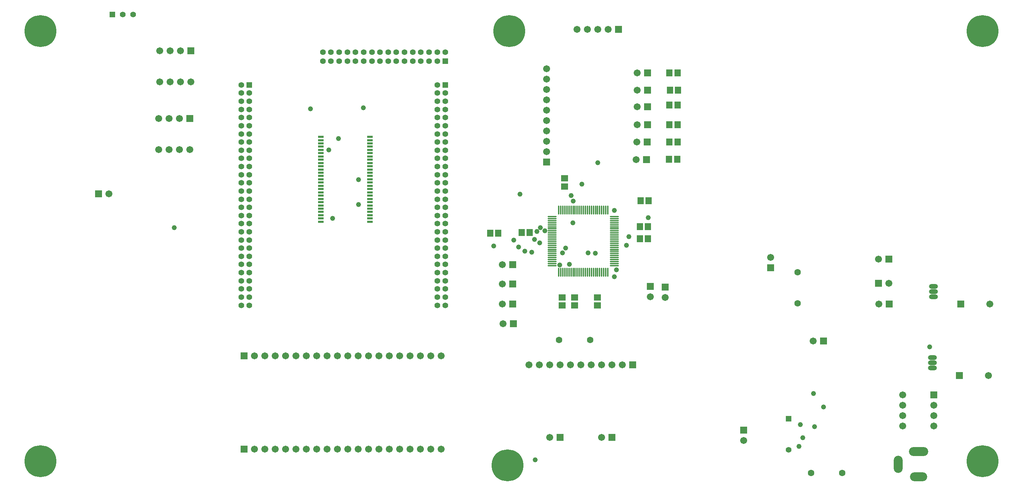
<source format=gts>
G04*
G04 #@! TF.GenerationSoftware,Altium Limited,Altium Designer,18.1.6 (161)*
G04*
G04 Layer_Color=8388736*
%FSLAX25Y25*%
%MOIN*%
G70*
G01*
G75*
%ADD22R,0.06312X0.06706*%
%ADD23R,0.06706X0.06312*%
%ADD24O,0.08471X0.01581*%
%ADD25O,0.01581X0.08471*%
%ADD26R,0.05800X0.02276*%
%ADD27C,0.06312*%
%ADD28O,0.18517X0.08674*%
%ADD29O,0.16548X0.08674*%
%ADD30O,0.08674X0.16548*%
%ADD31C,0.06706*%
%ADD32C,0.06706*%
%ADD33R,0.05524X0.05524*%
%ADD34C,0.05524*%
%ADD35R,0.06706X0.06706*%
%ADD36R,0.06706X0.06706*%
%ADD37O,0.08674X0.04737*%
%ADD38O,0.08674X0.04737*%
%ADD39R,0.05524X0.05524*%
%ADD40C,0.30800*%
%ADD41C,0.04800*%
D22*
X565000Y343500D02*
D03*
X557126D02*
D03*
X737500Y414905D02*
D03*
X729626D02*
D03*
X737937Y431500D02*
D03*
X730063D02*
D03*
X738437Y481500D02*
D03*
X730563D02*
D03*
X737937Y448000D02*
D03*
X730063D02*
D03*
X737937Y467000D02*
D03*
X730063D02*
D03*
X737874Y498000D02*
D03*
X730000D02*
D03*
X595437Y344000D02*
D03*
X587563D02*
D03*
X701563Y349606D02*
D03*
X709437D02*
D03*
X701563Y338106D02*
D03*
X709437D02*
D03*
X702126Y374638D02*
D03*
X710000D02*
D03*
D23*
X626606Y281575D02*
D03*
Y273701D02*
D03*
X638606Y281575D02*
D03*
Y273701D02*
D03*
X660500D02*
D03*
Y281575D02*
D03*
X629000Y388500D02*
D03*
Y396374D02*
D03*
D24*
X616961Y312173D02*
D03*
Y314142D02*
D03*
Y316110D02*
D03*
Y318079D02*
D03*
Y320047D02*
D03*
Y322016D02*
D03*
Y323984D02*
D03*
Y325953D02*
D03*
Y327921D02*
D03*
Y329890D02*
D03*
Y331858D02*
D03*
Y333827D02*
D03*
Y335795D02*
D03*
Y337764D02*
D03*
Y339732D02*
D03*
Y341701D02*
D03*
Y343669D02*
D03*
Y345638D02*
D03*
Y347606D02*
D03*
Y349575D02*
D03*
Y351543D02*
D03*
Y353512D02*
D03*
Y355480D02*
D03*
Y357449D02*
D03*
Y359417D02*
D03*
X677000D02*
D03*
Y357449D02*
D03*
Y355480D02*
D03*
Y353512D02*
D03*
Y351543D02*
D03*
Y349575D02*
D03*
Y347606D02*
D03*
Y345638D02*
D03*
Y343669D02*
D03*
Y341701D02*
D03*
Y339732D02*
D03*
Y337764D02*
D03*
Y335795D02*
D03*
Y333827D02*
D03*
Y331858D02*
D03*
Y329890D02*
D03*
Y327921D02*
D03*
Y325953D02*
D03*
Y323984D02*
D03*
Y322016D02*
D03*
Y320047D02*
D03*
Y318079D02*
D03*
Y316110D02*
D03*
Y314142D02*
D03*
Y312173D02*
D03*
D25*
X623358Y365815D02*
D03*
X625327D02*
D03*
X627295D02*
D03*
X629264D02*
D03*
X631232D02*
D03*
X633201D02*
D03*
X635169D02*
D03*
X637138D02*
D03*
X639106D02*
D03*
X641075D02*
D03*
X643043D02*
D03*
X645012D02*
D03*
X646980D02*
D03*
X648949D02*
D03*
X650917D02*
D03*
X652886D02*
D03*
X654854D02*
D03*
X656823D02*
D03*
X658791D02*
D03*
X660760D02*
D03*
X662728D02*
D03*
X664697D02*
D03*
X666665D02*
D03*
X668634D02*
D03*
X670602D02*
D03*
Y305776D02*
D03*
X668634D02*
D03*
X666665D02*
D03*
X664697D02*
D03*
X662728D02*
D03*
X660760D02*
D03*
X658791D02*
D03*
X656823D02*
D03*
X654854D02*
D03*
X652886D02*
D03*
X650917D02*
D03*
X648949D02*
D03*
X646980D02*
D03*
X645012D02*
D03*
X643043D02*
D03*
X641075D02*
D03*
X639106D02*
D03*
X637138D02*
D03*
X635169D02*
D03*
X633201D02*
D03*
X631232D02*
D03*
X629264D02*
D03*
X627295D02*
D03*
X625327D02*
D03*
X623358D02*
D03*
D26*
X393906Y436405D02*
D03*
Y433256D02*
D03*
Y430106D02*
D03*
Y426957D02*
D03*
Y423807D02*
D03*
Y420657D02*
D03*
Y417508D02*
D03*
Y414358D02*
D03*
Y411209D02*
D03*
Y408059D02*
D03*
Y404909D02*
D03*
Y401760D02*
D03*
Y398610D02*
D03*
Y395461D02*
D03*
Y392311D02*
D03*
Y389161D02*
D03*
Y386012D02*
D03*
Y382862D02*
D03*
Y379713D02*
D03*
Y376563D02*
D03*
Y373413D02*
D03*
Y370264D02*
D03*
Y367114D02*
D03*
Y363965D02*
D03*
Y360815D02*
D03*
Y357665D02*
D03*
Y354516D02*
D03*
X441150D02*
D03*
Y357665D02*
D03*
Y360815D02*
D03*
Y363965D02*
D03*
Y367114D02*
D03*
Y370264D02*
D03*
Y373413D02*
D03*
Y376563D02*
D03*
Y379713D02*
D03*
Y382862D02*
D03*
Y386012D02*
D03*
Y389161D02*
D03*
Y392311D02*
D03*
Y395461D02*
D03*
Y398610D02*
D03*
Y401760D02*
D03*
Y404909D02*
D03*
Y408059D02*
D03*
Y411209D02*
D03*
Y414358D02*
D03*
Y417508D02*
D03*
Y420657D02*
D03*
Y423807D02*
D03*
Y426957D02*
D03*
Y430106D02*
D03*
Y433256D02*
D03*
Y436405D02*
D03*
D27*
X653500Y240500D02*
D03*
X623500D02*
D03*
X896500Y112020D02*
D03*
X866500D02*
D03*
X853776Y275760D02*
D03*
Y305760D02*
D03*
D28*
X970437Y132909D02*
D03*
D29*
Y108500D02*
D03*
D30*
X950752Y120311D02*
D03*
D31*
X975358Y132909D02*
D03*
X965516D02*
D03*
D32*
X966500Y108500D02*
D03*
X974374D02*
D03*
X950752Y124248D02*
D03*
Y116374D02*
D03*
X931563Y318500D02*
D03*
X941563Y295000D02*
D03*
X868500Y239500D02*
D03*
X932000Y275000D02*
D03*
X801500Y143500D02*
D03*
X827500Y320000D02*
D03*
X1037476Y206000D02*
D03*
X698000Y414500D02*
D03*
X698500Y431500D02*
D03*
X699000Y448000D02*
D03*
X611500Y422000D02*
D03*
Y442000D02*
D03*
Y452000D02*
D03*
Y462000D02*
D03*
Y472000D02*
D03*
Y482000D02*
D03*
Y492000D02*
D03*
Y502000D02*
D03*
Y432000D02*
D03*
X699000Y465500D02*
D03*
Y481500D02*
D03*
Y498000D02*
D03*
X726000Y281500D02*
D03*
X711626Y282000D02*
D03*
X569000Y294500D02*
D03*
Y313000D02*
D03*
X569500Y256000D02*
D03*
X569000Y275000D02*
D03*
X671000Y540000D02*
D03*
X661000D02*
D03*
X651000D02*
D03*
X641000D02*
D03*
X237500Y424256D02*
D03*
X247500D02*
D03*
X257500D02*
D03*
X267500D02*
D03*
X237500Y454256D02*
D03*
X247500D02*
D03*
X257500D02*
D03*
X238500Y489500D02*
D03*
X248500D02*
D03*
X258500D02*
D03*
X268500D02*
D03*
X238500Y519500D02*
D03*
X248500D02*
D03*
X258500D02*
D03*
X189500Y381500D02*
D03*
X1038976Y275000D02*
D03*
X955000Y157500D02*
D03*
Y167500D02*
D03*
Y177500D02*
D03*
Y187500D02*
D03*
X985000Y157500D02*
D03*
Y167500D02*
D03*
Y177500D02*
D03*
X614500Y146500D02*
D03*
X664500D02*
D03*
X594500Y216500D02*
D03*
X604500D02*
D03*
X614500D02*
D03*
X624500D02*
D03*
X634500D02*
D03*
X644500D02*
D03*
X654500D02*
D03*
X664500D02*
D03*
X674500D02*
D03*
X684500D02*
D03*
X330000Y225000D02*
D03*
X340000D02*
D03*
X350000D02*
D03*
X360000D02*
D03*
X370000D02*
D03*
X380000D02*
D03*
X390000D02*
D03*
X400000D02*
D03*
X410000D02*
D03*
X420000D02*
D03*
X430000D02*
D03*
X440000D02*
D03*
X450000D02*
D03*
X460000D02*
D03*
X470000D02*
D03*
X480000D02*
D03*
X490000D02*
D03*
X500000D02*
D03*
X510000D02*
D03*
X330000Y135000D02*
D03*
X340000D02*
D03*
X350000D02*
D03*
X360000D02*
D03*
X370000D02*
D03*
X380000D02*
D03*
X390000D02*
D03*
X400000D02*
D03*
X410000D02*
D03*
X420000D02*
D03*
X430000D02*
D03*
X440000D02*
D03*
X450000D02*
D03*
X460000D02*
D03*
X470000D02*
D03*
X480000D02*
D03*
X490000D02*
D03*
X500000D02*
D03*
X510000D02*
D03*
D33*
X845000Y164500D02*
D03*
X514000Y486500D02*
D03*
X325024D02*
D03*
D34*
X845000Y134500D02*
D03*
X213000Y554500D02*
D03*
X203000D02*
D03*
X514000Y273902D02*
D03*
X506126D02*
D03*
X317150D02*
D03*
X325024D02*
D03*
X514000Y517996D02*
D03*
X506126Y509500D02*
D03*
Y517996D02*
D03*
X498252Y509500D02*
D03*
Y517996D02*
D03*
X490378Y509500D02*
D03*
Y517996D02*
D03*
X482504Y509500D02*
D03*
Y517996D02*
D03*
X474630Y509500D02*
D03*
Y517996D02*
D03*
X466756Y509500D02*
D03*
Y517996D02*
D03*
X458882Y509500D02*
D03*
Y517996D02*
D03*
X451008Y509500D02*
D03*
Y517996D02*
D03*
X443134Y509500D02*
D03*
Y517996D02*
D03*
X435260Y509500D02*
D03*
Y517996D02*
D03*
X427386Y509500D02*
D03*
Y517996D02*
D03*
X419512Y509500D02*
D03*
Y517996D02*
D03*
X411638Y509500D02*
D03*
Y517996D02*
D03*
X403764Y509500D02*
D03*
Y517996D02*
D03*
X395890Y509500D02*
D03*
Y517996D02*
D03*
X506126Y384138D02*
D03*
X514000D02*
D03*
X506126Y392012D02*
D03*
X514000D02*
D03*
X506126Y399886D02*
D03*
X514000D02*
D03*
X506126Y407760D02*
D03*
X514000D02*
D03*
X506126Y415634D02*
D03*
X514000D02*
D03*
X506126Y423508D02*
D03*
X514000D02*
D03*
X506126Y431382D02*
D03*
X514000D02*
D03*
X506126Y439256D02*
D03*
X514000D02*
D03*
X506126Y447130D02*
D03*
X514000D02*
D03*
X506126Y455004D02*
D03*
X514000D02*
D03*
X506126Y462878D02*
D03*
X514000D02*
D03*
X506126Y470752D02*
D03*
X514000D02*
D03*
X506126Y478626D02*
D03*
X514000D02*
D03*
X506126Y486500D02*
D03*
X514000Y376264D02*
D03*
X506126D02*
D03*
X514000Y368390D02*
D03*
X506126D02*
D03*
Y281776D02*
D03*
X514000D02*
D03*
Y360516D02*
D03*
X506126D02*
D03*
X514000Y352642D02*
D03*
X506126D02*
D03*
X514000Y344768D02*
D03*
X506126D02*
D03*
X514000Y336894D02*
D03*
X506126D02*
D03*
X514000Y329020D02*
D03*
X506126D02*
D03*
X514000Y321146D02*
D03*
X506126D02*
D03*
X514000Y313272D02*
D03*
X506126D02*
D03*
X514000Y305398D02*
D03*
X506126D02*
D03*
X514000Y297524D02*
D03*
X506126D02*
D03*
X514000Y289650D02*
D03*
X506126D02*
D03*
X317150D02*
D03*
X325024D02*
D03*
X317150Y297524D02*
D03*
X325024D02*
D03*
X317150Y305398D02*
D03*
X325024D02*
D03*
X317150Y313272D02*
D03*
X325024D02*
D03*
X317150Y321146D02*
D03*
X325024D02*
D03*
X317150Y329020D02*
D03*
X325024D02*
D03*
X317150Y336894D02*
D03*
X325024D02*
D03*
X317150Y344768D02*
D03*
X325024D02*
D03*
X317150Y352642D02*
D03*
X325024D02*
D03*
X317150Y360516D02*
D03*
X325024D02*
D03*
Y281776D02*
D03*
X317150D02*
D03*
Y368390D02*
D03*
X325024D02*
D03*
X317150Y376264D02*
D03*
X325024D02*
D03*
X317150Y486500D02*
D03*
X325024Y478626D02*
D03*
X317150D02*
D03*
X325024Y470752D02*
D03*
X317150D02*
D03*
X325024Y462878D02*
D03*
X317150D02*
D03*
X325024Y455004D02*
D03*
X317150D02*
D03*
X325024Y447130D02*
D03*
X317150D02*
D03*
X325024Y439256D02*
D03*
X317150D02*
D03*
X325024Y431382D02*
D03*
X317150D02*
D03*
X325024Y423508D02*
D03*
X317150D02*
D03*
X325024Y415634D02*
D03*
X317150D02*
D03*
X325024Y407760D02*
D03*
X317150D02*
D03*
X325024Y399886D02*
D03*
X317150D02*
D03*
X325024Y392012D02*
D03*
X317150D02*
D03*
X325024Y384138D02*
D03*
X317150D02*
D03*
D35*
X941563Y318500D02*
D03*
X931563Y295000D02*
D03*
X878500Y239500D02*
D03*
X942000Y275000D02*
D03*
X1009524Y206000D02*
D03*
X708000Y414500D02*
D03*
X708500Y431500D02*
D03*
X709000Y448000D02*
D03*
Y465500D02*
D03*
Y481500D02*
D03*
Y498000D02*
D03*
X579000Y294500D02*
D03*
Y313000D02*
D03*
X579500Y256000D02*
D03*
X579000Y275000D02*
D03*
X681000Y540000D02*
D03*
X179500Y381500D02*
D03*
X1011024Y275000D02*
D03*
X985000Y187500D02*
D03*
X624500Y146500D02*
D03*
X674500D02*
D03*
X694500Y216500D02*
D03*
X320000Y225000D02*
D03*
Y135000D02*
D03*
D36*
X801500Y153500D02*
D03*
X827500Y310000D02*
D03*
X611500Y412000D02*
D03*
X726000Y291500D02*
D03*
X711626Y292000D02*
D03*
X267500Y454256D02*
D03*
X268500Y519500D02*
D03*
D37*
X983500Y213500D02*
D03*
Y223500D02*
D03*
X984500Y282000D02*
D03*
Y287000D02*
D03*
Y292000D02*
D03*
D38*
X983500Y218500D02*
D03*
D39*
X193000Y554500D02*
D03*
X514000Y509500D02*
D03*
D40*
X574000Y119500D02*
D03*
X575500Y538500D02*
D03*
X123500D02*
D03*
Y123500D02*
D03*
X1032000D02*
D03*
Y538500D02*
D03*
D41*
X586000Y381000D02*
D03*
X580000Y336894D02*
D03*
X560500Y331000D02*
D03*
X590500Y326000D02*
D03*
X584500Y330000D02*
D03*
X605000Y334000D02*
D03*
X600000Y337500D02*
D03*
X597413Y325000D02*
D03*
X384000Y463298D02*
D03*
X602400Y344943D02*
D03*
X435000Y464500D02*
D03*
X858500Y146000D02*
D03*
X635169Y379713D02*
D03*
X637138Y374400D02*
D03*
X411000Y434807D02*
D03*
X401500Y423807D02*
D03*
X405300Y357700D02*
D03*
X430300Y371200D02*
D03*
Y395100D02*
D03*
X600600Y124626D02*
D03*
X855000Y137740D02*
D03*
X869000Y188900D02*
D03*
X870000Y156900D02*
D03*
X878500Y175900D02*
D03*
X679000Y308000D02*
D03*
X676800Y301500D02*
D03*
X630000Y329000D02*
D03*
X627000Y324300D02*
D03*
X624400Y312700D02*
D03*
X633600Y313500D02*
D03*
X610000Y345638D02*
D03*
X661000Y411400D02*
D03*
X676800Y365300D02*
D03*
X252500Y348900D02*
D03*
X651705Y324400D02*
D03*
X658600Y324200D02*
D03*
X688700Y331858D02*
D03*
X856200Y158900D02*
D03*
X645500Y390900D02*
D03*
X637050Y353350D02*
D03*
X605700Y348700D02*
D03*
X981063Y233900D02*
D03*
X709463Y358463D02*
D03*
X691000Y340000D02*
D03*
M02*

</source>
